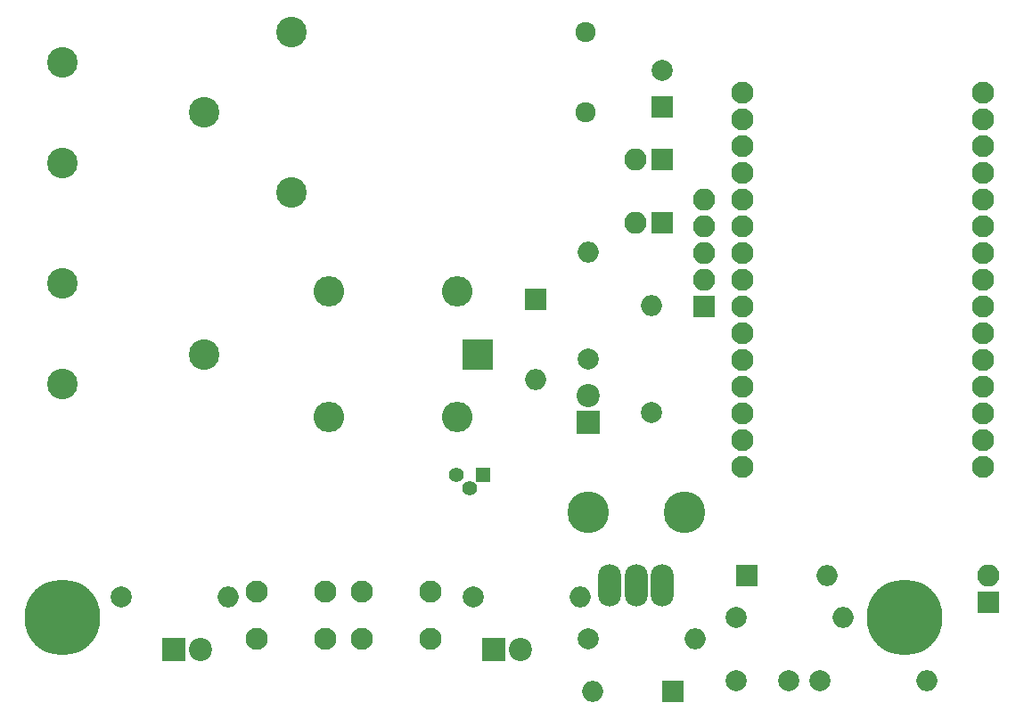
<source format=gbs>
G04 #@! TF.FileFunction,Soldermask,Bot*
%FSLAX46Y46*%
G04 Gerber Fmt 4.6, Leading zero omitted, Abs format (unit mm)*
G04 Created by KiCad (PCBNEW 4.0.7-e2-6376~58~ubuntu16.04.1) date Thu Jan  4 14:47:58 2018*
%MOMM*%
%LPD*%
G01*
G04 APERTURE LIST*
%ADD10C,0.100000*%
%ADD11C,2.900000*%
%ADD12C,1.924000*%
%ADD13R,2.000000X2.000000*%
%ADD14O,2.000000X2.000000*%
%ADD15C,1.400000*%
%ADD16R,1.400000X1.400000*%
%ADD17R,2.200000X2.200000*%
%ADD18C,2.200000*%
%ADD19C,2.100000*%
%ADD20R,2.100000X2.100000*%
%ADD21O,2.100000X2.100000*%
%ADD22R,2.900000X2.900000*%
%ADD23O,2.900000X2.900000*%
%ADD24C,2.000000*%
%ADD25O,2.200000X4.000000*%
%ADD26C,3.956000*%
%ADD27C,7.200000*%
G04 APERTURE END LIST*
D10*
D11*
X128500000Y-47000000D03*
X128500000Y-70000000D03*
X136760000Y-39380000D03*
X136760000Y-54620000D03*
D12*
X164700000Y-39380000D03*
X164700000Y-47000000D03*
D13*
X160000000Y-64750000D03*
D14*
X160000000Y-72370000D03*
D15*
X153730000Y-82730000D03*
X152460000Y-81460000D03*
D16*
X155000000Y-81460000D03*
D17*
X125600000Y-98000000D03*
D18*
X128140000Y-98000000D03*
D19*
X133500000Y-92500000D03*
X140000000Y-92500000D03*
X133500000Y-97000000D03*
X140000000Y-97000000D03*
X143500000Y-92500000D03*
X150000000Y-92500000D03*
X143500000Y-97000000D03*
X150000000Y-97000000D03*
D20*
X203000000Y-93500000D03*
D21*
X203000000Y-90960000D03*
D22*
X154500000Y-69960000D03*
D23*
X152500000Y-63960000D03*
X140300000Y-63960000D03*
X140300000Y-75960000D03*
X152500000Y-75960000D03*
D19*
X202430000Y-80700000D03*
X202430000Y-78160000D03*
X202430000Y-75620000D03*
X202430000Y-73080000D03*
X202430000Y-70540000D03*
X202430000Y-68000000D03*
X202430000Y-65460000D03*
X202430000Y-62920000D03*
X202430000Y-60380000D03*
X202430000Y-57840000D03*
X202430000Y-55300000D03*
X202430000Y-52760000D03*
X202430000Y-50220000D03*
X202430000Y-47680000D03*
X202430000Y-45140000D03*
X179570000Y-80700000D03*
X179570000Y-78160000D03*
X179570000Y-75620000D03*
X179570000Y-73080000D03*
X179570000Y-70540000D03*
X179570000Y-68000000D03*
X179570000Y-65460000D03*
X179570000Y-62920000D03*
X179570000Y-60380000D03*
X179570000Y-57840000D03*
X179570000Y-55300000D03*
X179570000Y-52760000D03*
X179570000Y-50220000D03*
X179570000Y-47680000D03*
X179570000Y-45140000D03*
D13*
X173000000Y-102000000D03*
D14*
X165380000Y-102000000D03*
D13*
X180000000Y-91000000D03*
D14*
X187620000Y-91000000D03*
D17*
X156000000Y-98000000D03*
D18*
X158540000Y-98000000D03*
D17*
X165000000Y-76460000D03*
D18*
X165000000Y-73920000D03*
D20*
X176000000Y-65460000D03*
D21*
X176000000Y-62920000D03*
X176000000Y-60380000D03*
X176000000Y-57840000D03*
X176000000Y-55300000D03*
D24*
X179000000Y-95000000D03*
D14*
X189160000Y-95000000D03*
D24*
X165000000Y-70460000D03*
D14*
X165000000Y-60300000D03*
D24*
X165000000Y-97000000D03*
D14*
X175160000Y-97000000D03*
D24*
X154000000Y-93000000D03*
D14*
X164160000Y-93000000D03*
D24*
X120600000Y-93000000D03*
D14*
X130760000Y-93000000D03*
D25*
X167000000Y-91900000D03*
X172000000Y-91900000D03*
X169500000Y-91900000D03*
D26*
X174072000Y-84984000D03*
X164928000Y-84984000D03*
D24*
X184000000Y-101000000D03*
X179000000Y-101000000D03*
X187000000Y-101000000D03*
D14*
X197160000Y-101000000D03*
D27*
X115000000Y-95000000D03*
X195000000Y-95000000D03*
D20*
X172000000Y-51460000D03*
D21*
X169460000Y-51460000D03*
D20*
X172000000Y-57460000D03*
D21*
X169460000Y-57460000D03*
D11*
X115000000Y-72762500D03*
X115000000Y-63237500D03*
X115000000Y-42237500D03*
X115000000Y-51762500D03*
D13*
X172000000Y-46460000D03*
D24*
X172000000Y-42960000D03*
X171000000Y-75460000D03*
D14*
X171000000Y-65300000D03*
M02*

</source>
